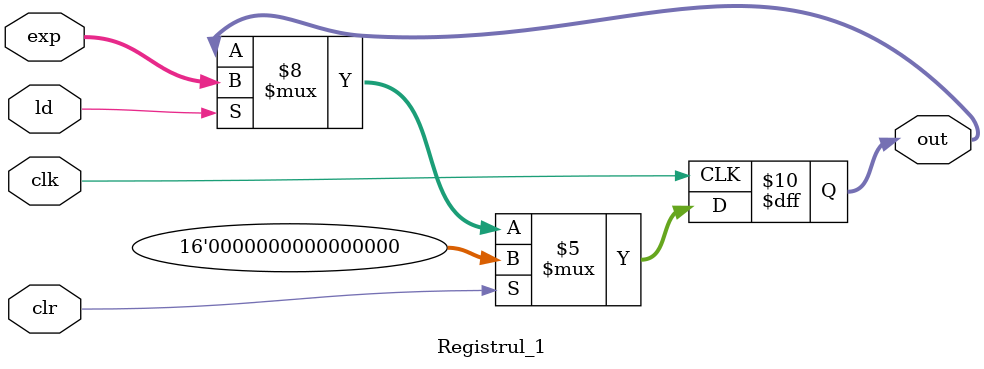
<source format=v>
`timescale 1ns / 1ps


module Registrul_1(
    input clk,
    input clr,
    input ld,
    input [15:0] exp,
    output reg [15:0] out
    );
    
    always @ (posedge clk)
    begin
        if (ld == 1) begin
            out = exp;
        end
        if (clr == 1) begin
            out = 0;
        end
    end
endmodule

</source>
